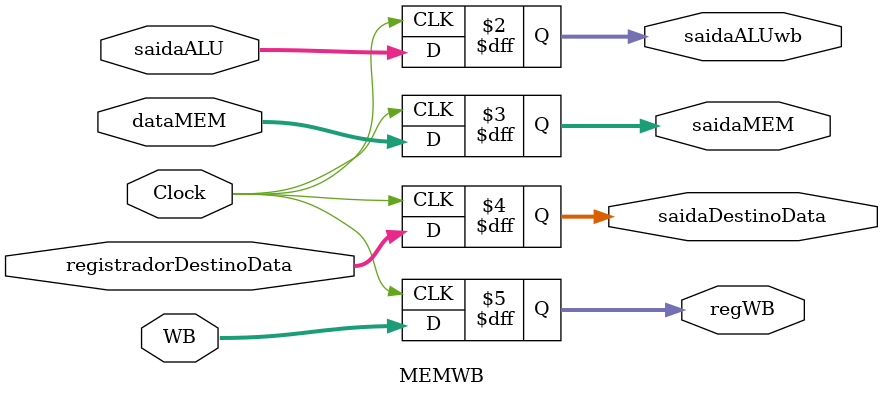
<source format=v>
module MEMWB(
	input Clock,
	input [31:0] saidaALU, dataMEM,
	input [4:0] registradorDestinoData,
	input [1:0] WB,
	output reg [31:0]	saidaALUwb, saidaMEM,
	output reg [4:0] saidaDestinoData,
	output reg [1:0] regWB
);

 always @(posedge Clock) begin

	saidaALUwb <= saidaALU;
	saidaMEM <= dataMEM;
	saidaDestinoData <= registradorDestinoData;
	regWB <= WB;

 end

endmodule

</source>
